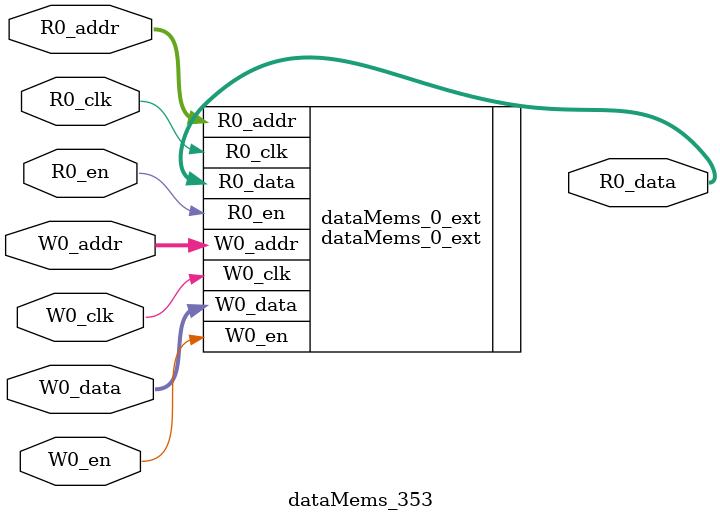
<source format=sv>
`ifndef RANDOMIZE
  `ifdef RANDOMIZE_REG_INIT
    `define RANDOMIZE
  `endif // RANDOMIZE_REG_INIT
`endif // not def RANDOMIZE
`ifndef RANDOMIZE
  `ifdef RANDOMIZE_MEM_INIT
    `define RANDOMIZE
  `endif // RANDOMIZE_MEM_INIT
`endif // not def RANDOMIZE

`ifndef RANDOM
  `define RANDOM $random
`endif // not def RANDOM

// Users can define 'PRINTF_COND' to add an extra gate to prints.
`ifndef PRINTF_COND_
  `ifdef PRINTF_COND
    `define PRINTF_COND_ (`PRINTF_COND)
  `else  // PRINTF_COND
    `define PRINTF_COND_ 1
  `endif // PRINTF_COND
`endif // not def PRINTF_COND_

// Users can define 'ASSERT_VERBOSE_COND' to add an extra gate to assert error printing.
`ifndef ASSERT_VERBOSE_COND_
  `ifdef ASSERT_VERBOSE_COND
    `define ASSERT_VERBOSE_COND_ (`ASSERT_VERBOSE_COND)
  `else  // ASSERT_VERBOSE_COND
    `define ASSERT_VERBOSE_COND_ 1
  `endif // ASSERT_VERBOSE_COND
`endif // not def ASSERT_VERBOSE_COND_

// Users can define 'STOP_COND' to add an extra gate to stop conditions.
`ifndef STOP_COND_
  `ifdef STOP_COND
    `define STOP_COND_ (`STOP_COND)
  `else  // STOP_COND
    `define STOP_COND_ 1
  `endif // STOP_COND
`endif // not def STOP_COND_

// Users can define INIT_RANDOM as general code that gets injected into the
// initializer block for modules with registers.
`ifndef INIT_RANDOM
  `define INIT_RANDOM
`endif // not def INIT_RANDOM

// If using random initialization, you can also define RANDOMIZE_DELAY to
// customize the delay used, otherwise 0.002 is used.
`ifndef RANDOMIZE_DELAY
  `define RANDOMIZE_DELAY 0.002
`endif // not def RANDOMIZE_DELAY

// Define INIT_RANDOM_PROLOG_ for use in our modules below.
`ifndef INIT_RANDOM_PROLOG_
  `ifdef RANDOMIZE
    `ifdef VERILATOR
      `define INIT_RANDOM_PROLOG_ `INIT_RANDOM
    `else  // VERILATOR
      `define INIT_RANDOM_PROLOG_ `INIT_RANDOM #`RANDOMIZE_DELAY begin end
    `endif // VERILATOR
  `else  // RANDOMIZE
    `define INIT_RANDOM_PROLOG_
  `endif // RANDOMIZE
`endif // not def INIT_RANDOM_PROLOG_

// Include register initializers in init blocks unless synthesis is set
`ifndef SYNTHESIS
  `ifndef ENABLE_INITIAL_REG_
    `define ENABLE_INITIAL_REG_
  `endif // not def ENABLE_INITIAL_REG_
`endif // not def SYNTHESIS

// Include rmemory initializers in init blocks unless synthesis is set
`ifndef SYNTHESIS
  `ifndef ENABLE_INITIAL_MEM_
    `define ENABLE_INITIAL_MEM_
  `endif // not def ENABLE_INITIAL_MEM_
`endif // not def SYNTHESIS

module dataMems_353(	// @[generators/ara/src/main/scala/UnsafeAXI4ToTL.scala:365:62]
  input  [4:0]  R0_addr,
  input         R0_en,
  input         R0_clk,
  output [66:0] R0_data,
  input  [4:0]  W0_addr,
  input         W0_en,
  input         W0_clk,
  input  [66:0] W0_data
);

  dataMems_0_ext dataMems_0_ext (	// @[generators/ara/src/main/scala/UnsafeAXI4ToTL.scala:365:62]
    .R0_addr (R0_addr),
    .R0_en   (R0_en),
    .R0_clk  (R0_clk),
    .R0_data (R0_data),
    .W0_addr (W0_addr),
    .W0_en   (W0_en),
    .W0_clk  (W0_clk),
    .W0_data (W0_data)
  );
endmodule


</source>
